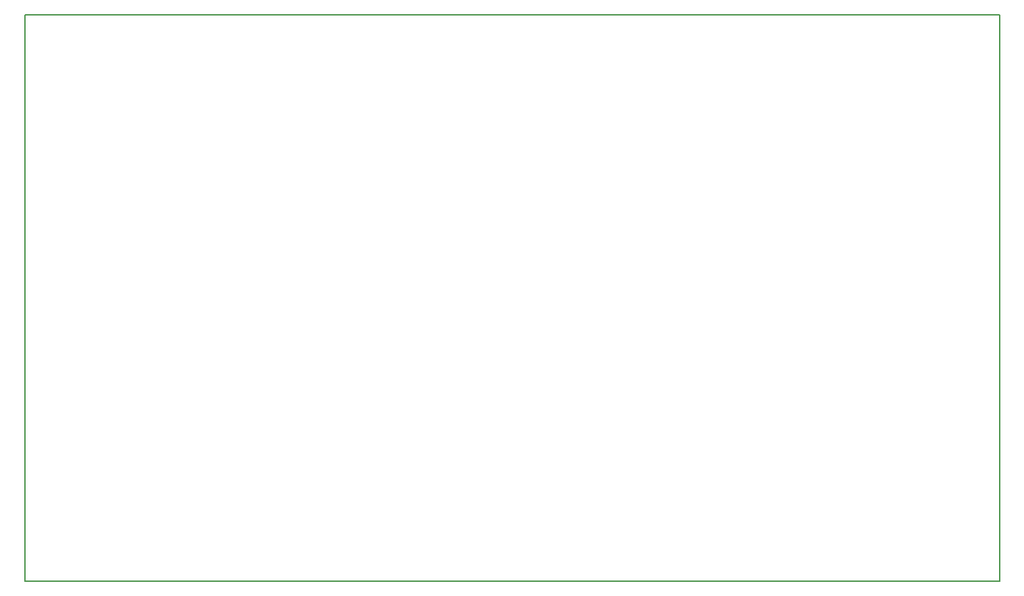
<source format=gm1>
G04 #@! TF.GenerationSoftware,KiCad,Pcbnew,6.0.10-86aedd382b~118~ubuntu18.04.1*
G04 #@! TF.CreationDate,2025-02-22T22:25:58-07:00*
G04 #@! TF.ProjectId,ard-ltc2499-test,6172642d-6c74-4633-9234-39392d746573,rev?*
G04 #@! TF.SameCoordinates,Original*
G04 #@! TF.FileFunction,Profile,NP*
%FSLAX46Y46*%
G04 Gerber Fmt 4.6, Leading zero omitted, Abs format (unit mm)*
G04 Created by KiCad (PCBNEW 6.0.10-86aedd382b~118~ubuntu18.04.1) date 2025-02-22 22:25:58*
%MOMM*%
%LPD*%
G01*
G04 APERTURE LIST*
G04 #@! TA.AperFunction,Profile*
%ADD10C,0.150000*%
G04 #@! TD*
G04 APERTURE END LIST*
D10*
X110998000Y-56515000D02*
X233299000Y-56515000D01*
X233299000Y-56515000D02*
X233299000Y-127635000D01*
X233299000Y-127635000D02*
X110998000Y-127635000D01*
X110998000Y-127635000D02*
X110998000Y-56515000D01*
M02*

</source>
